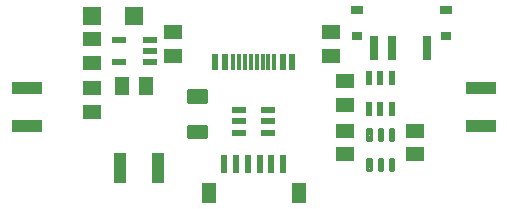
<source format=gbr>
G04 EAGLE Gerber RS-274X export*
G75*
%MOMM*%
%FSLAX34Y34*%
%LPD*%
%INSolderpaste Top*%
%IPPOS*%
%AMOC8*
5,1,8,0,0,1.08239X$1,22.5*%
G01*
%ADD10R,0.600000X1.450000*%
%ADD11R,0.300000X1.450000*%
%ADD12C,0.300000*%
%ADD13R,1.600000X1.300000*%
%ADD14R,1.220000X0.620000*%
%ADD15R,1.300000X1.600000*%
%ADD16R,1.500000X1.500000*%
%ADD17R,2.500000X1.000000*%
%ADD18R,0.800000X2.000000*%
%ADD19R,0.900000X0.800000*%
%ADD20R,1.000000X0.800000*%
%ADD21R,1.150000X0.600000*%
%ADD22R,1.000000X2.500000*%
%ADD23R,0.600000X1.550000*%
%ADD24R,1.200000X1.800000*%
%ADD25R,0.550000X1.200000*%
%ADD26C,0.295000*%


D10*
X270625Y157409D03*
X262625Y157409D03*
D11*
X240625Y157409D03*
X245625Y157409D03*
X250625Y157409D03*
X255625Y157409D03*
X235625Y157409D03*
X230625Y157409D03*
X225625Y157409D03*
X220625Y157409D03*
D10*
X213625Y157409D03*
X205625Y157409D03*
D12*
X182900Y132659D02*
X182900Y123659D01*
X182900Y132659D02*
X198100Y132659D01*
X198100Y123659D01*
X182900Y123659D01*
X182900Y126509D02*
X198100Y126509D01*
X198100Y129359D02*
X182900Y129359D01*
X182900Y132209D02*
X198100Y132209D01*
X182900Y102559D02*
X182900Y93559D01*
X182900Y102559D02*
X198100Y102559D01*
X198100Y93559D01*
X182900Y93559D01*
X182900Y96409D02*
X198100Y96409D01*
X198100Y99259D02*
X182900Y99259D01*
X182900Y102109D02*
X198100Y102109D01*
D13*
X170000Y162641D03*
X170000Y182641D03*
X303609Y162641D03*
X303609Y182641D03*
D14*
X149922Y157188D03*
X149922Y166688D03*
X149922Y176188D03*
X123922Y176188D03*
X123922Y157188D03*
D15*
X146922Y136922D03*
X126922Y136922D03*
D13*
X101203Y115016D03*
X101203Y135016D03*
D16*
X136563Y196453D03*
X101563Y196453D03*
D13*
X101203Y176688D03*
X101203Y156688D03*
D17*
X46038Y103063D03*
X46038Y135063D03*
D18*
X354911Y169500D03*
D19*
X401141Y179250D03*
D20*
X400641Y201750D03*
D19*
X325141Y179250D03*
D20*
X325641Y201750D03*
D18*
X384911Y169500D03*
X339911Y169500D03*
D21*
X250625Y97656D03*
X250625Y107156D03*
X250625Y116656D03*
X225625Y116656D03*
X225625Y107156D03*
X225625Y97656D03*
D22*
X157016Y67866D03*
X125016Y67866D03*
D23*
X263125Y71438D03*
X253125Y71438D03*
X243125Y71438D03*
X233125Y71438D03*
X223125Y71438D03*
X213125Y71438D03*
D24*
X276125Y46188D03*
X200125Y46188D03*
D17*
X430213Y135063D03*
X430213Y103063D03*
D25*
X335781Y117969D03*
X345281Y117969D03*
X354781Y117969D03*
X354781Y143969D03*
X335781Y143969D03*
X345281Y143969D03*
D26*
X337256Y75369D02*
X337256Y66219D01*
X334306Y66219D01*
X334306Y75369D01*
X337256Y75369D01*
X337256Y69021D02*
X334306Y69021D01*
X334306Y71823D02*
X337256Y71823D01*
X337256Y74625D02*
X334306Y74625D01*
X346756Y75369D02*
X346756Y66219D01*
X343806Y66219D01*
X343806Y75369D01*
X346756Y75369D01*
X346756Y69021D02*
X343806Y69021D01*
X343806Y71823D02*
X346756Y71823D01*
X346756Y74625D02*
X343806Y74625D01*
X356256Y75369D02*
X356256Y66219D01*
X353306Y66219D01*
X353306Y75369D01*
X356256Y75369D01*
X356256Y69021D02*
X353306Y69021D01*
X353306Y71823D02*
X356256Y71823D01*
X356256Y74625D02*
X353306Y74625D01*
X337256Y91319D02*
X337256Y100469D01*
X337256Y91319D02*
X334306Y91319D01*
X334306Y100469D01*
X337256Y100469D01*
X337256Y94121D02*
X334306Y94121D01*
X334306Y96923D02*
X337256Y96923D01*
X337256Y99725D02*
X334306Y99725D01*
X346756Y100469D02*
X346756Y91319D01*
X343806Y91319D01*
X343806Y100469D01*
X346756Y100469D01*
X346756Y94121D02*
X343806Y94121D01*
X343806Y96923D02*
X346756Y96923D01*
X346756Y99725D02*
X343806Y99725D01*
X356256Y100469D02*
X356256Y91319D01*
X353306Y91319D01*
X353306Y100469D01*
X356256Y100469D01*
X356256Y94121D02*
X353306Y94121D01*
X353306Y96923D02*
X356256Y96923D01*
X356256Y99725D02*
X353306Y99725D01*
D13*
X315516Y140969D03*
X315516Y120969D03*
X315516Y79297D03*
X315516Y99297D03*
X375047Y99297D03*
X375047Y79297D03*
M02*

</source>
